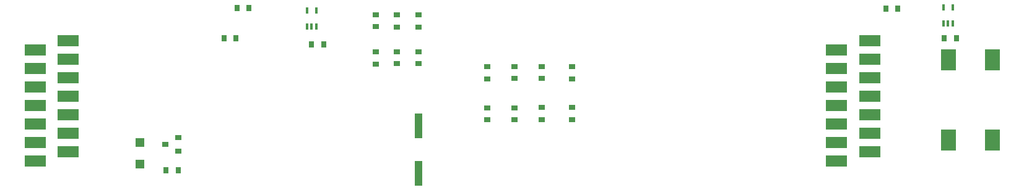
<source format=gtp>
G04*
G04 #@! TF.GenerationSoftware,Altium Limited,Altium Designer,18.1.9 (240)*
G04*
G04 Layer_Color=8421504*
%FSAX25Y25*%
%MOIN*%
G70*
G01*
G75*
%ADD15R,0.07874X0.11811*%
%ADD16R,0.02756X0.03347*%
%ADD17R,0.04331X0.13386*%
%ADD18R,0.01575X0.03347*%
%ADD19R,0.11811X0.05906*%
%ADD20R,0.03347X0.02756*%
%ADD21R,0.04803X0.04921*%
%ADD22R,0.03819X0.03150*%
D15*
X0673744Y0452012D02*
D03*
X0650122D02*
D03*
Y0408705D02*
D03*
X0673744D02*
D03*
D16*
X0622894Y0479587D02*
D03*
X0616398D02*
D03*
X0273524Y0479941D02*
D03*
X0267028D02*
D03*
X0647874Y0463740D02*
D03*
X0654370D02*
D03*
X0266634Y0463563D02*
D03*
X0260138D02*
D03*
X0313720Y0460217D02*
D03*
X0307224D02*
D03*
X0228957Y0392421D02*
D03*
X0235453D02*
D03*
D17*
X0364764Y0390827D02*
D03*
Y0416457D02*
D03*
D18*
X0647362Y0480354D02*
D03*
X0652480D02*
D03*
Y0471693D02*
D03*
X0649921D02*
D03*
X0647362D02*
D03*
X0304685Y0478661D02*
D03*
X0309803D02*
D03*
Y0470000D02*
D03*
X0307244D02*
D03*
X0304685D02*
D03*
D19*
X0607677Y0402283D02*
D03*
Y0412284D02*
D03*
Y0422284D02*
D03*
Y0432283D02*
D03*
Y0442283D02*
D03*
Y0452283D02*
D03*
Y0462284D02*
D03*
X0589961Y0397284D02*
D03*
Y0407283D02*
D03*
Y0417283D02*
D03*
Y0427283D02*
D03*
Y0437284D02*
D03*
Y0447284D02*
D03*
Y0457283D02*
D03*
X0176260Y0402323D02*
D03*
Y0412323D02*
D03*
Y0422323D02*
D03*
Y0432323D02*
D03*
Y0442323D02*
D03*
Y0452323D02*
D03*
Y0462323D02*
D03*
X0158543Y0397323D02*
D03*
Y0407323D02*
D03*
Y0417323D02*
D03*
Y0427323D02*
D03*
Y0437323D02*
D03*
Y0447323D02*
D03*
Y0457323D02*
D03*
D20*
X0431280Y0419744D02*
D03*
Y0426240D02*
D03*
X0416595Y0419587D02*
D03*
Y0426083D02*
D03*
X0401831Y0419665D02*
D03*
Y0426161D02*
D03*
X0447461Y0419705D02*
D03*
Y0426201D02*
D03*
X0431319Y0448445D02*
D03*
Y0441949D02*
D03*
X0416634Y0448445D02*
D03*
Y0441949D02*
D03*
X0447461Y0448248D02*
D03*
Y0441752D02*
D03*
X0401831D02*
D03*
Y0448248D02*
D03*
X0364744Y0469783D02*
D03*
Y0476279D02*
D03*
X0353248Y0469823D02*
D03*
Y0476319D02*
D03*
X0341713Y0469862D02*
D03*
Y0476358D02*
D03*
X0364705Y0449862D02*
D03*
Y0456358D02*
D03*
X0353248Y0449862D02*
D03*
Y0456358D02*
D03*
X0341713Y0449823D02*
D03*
Y0456319D02*
D03*
D21*
X0214764Y0407264D02*
D03*
Y0395650D02*
D03*
D22*
X0228346Y0406417D02*
D03*
X0235433Y0410157D02*
D03*
Y0402677D02*
D03*
M02*

</source>
